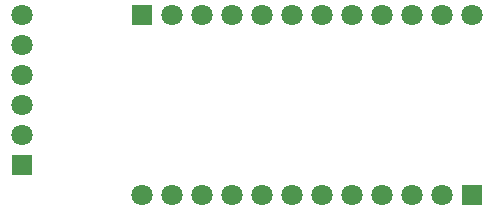
<source format=gbs>
G04 DipTrace 3.3.1.3*
G04 CR19-0914-MP2.GBS*
%MOMM*%
G04 #@! TF.FileFunction,Soldermask,Bot*
G04 #@! TF.Part,Single*
%ADD40C,1.8*%
%ADD42R,1.8X1.8*%
%FSLAX35Y35*%
G04*
G71*
G90*
G75*
G01*
G04 BotMask*
%LPD*%
D42*
X3937000Y127000D3*
D40*
X3683000D3*
X3429000D3*
X3175000D3*
X2921000D3*
X2667000D3*
X2413000D3*
X2159000D3*
X1905000D3*
X1651000D3*
X1397000D3*
X1143000D3*
D42*
Y1651000D3*
D40*
X1397000D3*
X1651000D3*
X1905000D3*
X2159000D3*
X2413000D3*
X2667000D3*
X2921000D3*
X3175000D3*
X3429000D3*
X3683000D3*
X3937000D3*
D42*
X127000Y381000D3*
D40*
Y635000D3*
Y889000D3*
Y1143000D3*
Y1397000D3*
Y1651000D3*
M02*

</source>
